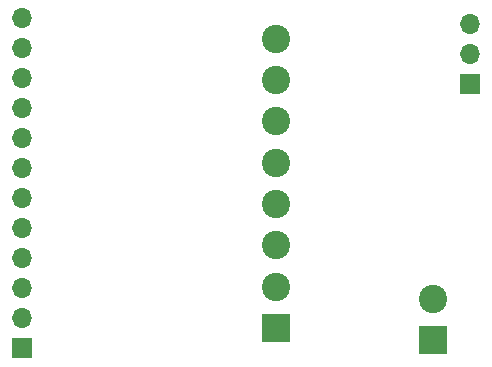
<source format=gbs>
G04 #@! TF.GenerationSoftware,KiCad,Pcbnew,(6.0.0)*
G04 #@! TF.CreationDate,2022-03-05T17:50:27-06:00*
G04 #@! TF.ProjectId,Output Module,4f757470-7574-4204-9d6f-64756c652e6b,rev?*
G04 #@! TF.SameCoordinates,Original*
G04 #@! TF.FileFunction,Soldermask,Bot*
G04 #@! TF.FilePolarity,Negative*
%FSLAX46Y46*%
G04 Gerber Fmt 4.6, Leading zero omitted, Abs format (unit mm)*
G04 Created by KiCad (PCBNEW (6.0.0)) date 2022-03-05 17:50:27*
%MOMM*%
%LPD*%
G01*
G04 APERTURE LIST*
%ADD10R,2.400000X2.400000*%
%ADD11C,2.400000*%
%ADD12R,1.700000X1.700000*%
%ADD13O,1.700000X1.700000*%
G04 APERTURE END LIST*
D10*
X127189000Y-100388000D03*
D11*
X127189000Y-96888000D03*
X127189000Y-93388000D03*
X127189000Y-89888000D03*
X127189000Y-86388000D03*
X127189000Y-82888000D03*
X127189000Y-79388000D03*
X127189000Y-75888000D03*
D12*
X143637000Y-79741000D03*
D13*
X143637000Y-77201000D03*
X143637000Y-74661000D03*
D12*
X105664000Y-102108000D03*
D13*
X105664000Y-99568000D03*
X105664000Y-97028000D03*
X105664000Y-94488000D03*
X105664000Y-91948000D03*
X105664000Y-89408000D03*
X105664000Y-86868000D03*
X105664000Y-84328000D03*
X105664000Y-81788000D03*
X105664000Y-79248000D03*
X105664000Y-76708000D03*
X105664000Y-74168000D03*
D10*
X140524000Y-101445000D03*
D11*
X140524000Y-97945000D03*
M02*

</source>
